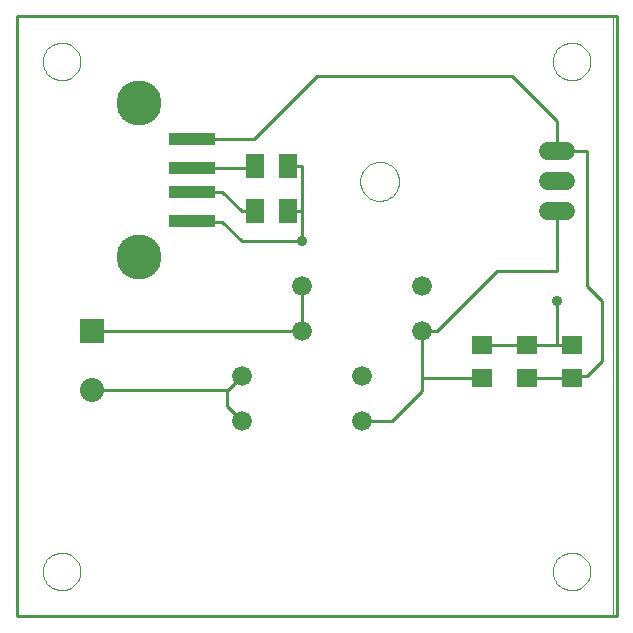
<source format=gtl>
G75*
%MOIN*%
%OFA0B0*%
%FSLAX24Y24*%
%IPPOS*%
%LPD*%
%AMOC8*
5,1,8,0,0,1.08239X$1,22.5*
%
%ADD10C,0.0000*%
%ADD11C,0.0100*%
%ADD12C,0.0600*%
%ADD13R,0.0709X0.0630*%
%ADD14C,0.0660*%
%ADD15R,0.1575X0.0394*%
%ADD16C,0.1502*%
%ADD17R,0.0800X0.0800*%
%ADD18C,0.0800*%
%ADD19R,0.0630X0.0787*%
%ADD20C,0.0360*%
D10*
X000150Y000150D02*
X000150Y020146D01*
X020020Y020146D01*
X020020Y000150D01*
X000150Y000150D01*
X001025Y001650D02*
X001027Y001700D01*
X001033Y001749D01*
X001043Y001798D01*
X001056Y001845D01*
X001074Y001892D01*
X001095Y001937D01*
X001119Y001980D01*
X001147Y002021D01*
X001178Y002060D01*
X001212Y002096D01*
X001249Y002130D01*
X001289Y002160D01*
X001330Y002187D01*
X001374Y002211D01*
X001419Y002231D01*
X001466Y002247D01*
X001514Y002260D01*
X001563Y002269D01*
X001613Y002274D01*
X001662Y002275D01*
X001712Y002272D01*
X001761Y002265D01*
X001810Y002254D01*
X001857Y002240D01*
X001903Y002221D01*
X001948Y002199D01*
X001991Y002174D01*
X002031Y002145D01*
X002069Y002113D01*
X002105Y002079D01*
X002138Y002041D01*
X002167Y002001D01*
X002193Y001959D01*
X002216Y001915D01*
X002235Y001869D01*
X002251Y001822D01*
X002263Y001773D01*
X002271Y001724D01*
X002275Y001675D01*
X002275Y001625D01*
X002271Y001576D01*
X002263Y001527D01*
X002251Y001478D01*
X002235Y001431D01*
X002216Y001385D01*
X002193Y001341D01*
X002167Y001299D01*
X002138Y001259D01*
X002105Y001221D01*
X002069Y001187D01*
X002031Y001155D01*
X001991Y001126D01*
X001948Y001101D01*
X001903Y001079D01*
X001857Y001060D01*
X001810Y001046D01*
X001761Y001035D01*
X001712Y001028D01*
X001662Y001025D01*
X001613Y001026D01*
X001563Y001031D01*
X001514Y001040D01*
X001466Y001053D01*
X001419Y001069D01*
X001374Y001089D01*
X001330Y001113D01*
X001289Y001140D01*
X001249Y001170D01*
X001212Y001204D01*
X001178Y001240D01*
X001147Y001279D01*
X001119Y001320D01*
X001095Y001363D01*
X001074Y001408D01*
X001056Y001455D01*
X001043Y001502D01*
X001033Y001551D01*
X001027Y001600D01*
X001025Y001650D01*
X003677Y012141D02*
X003679Y012188D01*
X003685Y012234D01*
X003695Y012280D01*
X003708Y012325D01*
X003726Y012368D01*
X003747Y012410D01*
X003771Y012450D01*
X003799Y012487D01*
X003830Y012522D01*
X003864Y012555D01*
X003900Y012584D01*
X003939Y012610D01*
X003980Y012633D01*
X004023Y012652D01*
X004067Y012668D01*
X004112Y012680D01*
X004158Y012688D01*
X004205Y012692D01*
X004251Y012692D01*
X004298Y012688D01*
X004344Y012680D01*
X004389Y012668D01*
X004433Y012652D01*
X004476Y012633D01*
X004517Y012610D01*
X004556Y012584D01*
X004592Y012555D01*
X004626Y012522D01*
X004657Y012487D01*
X004685Y012450D01*
X004709Y012410D01*
X004730Y012368D01*
X004748Y012325D01*
X004761Y012280D01*
X004771Y012234D01*
X004777Y012188D01*
X004779Y012141D01*
X004777Y012094D01*
X004771Y012048D01*
X004761Y012002D01*
X004748Y011957D01*
X004730Y011914D01*
X004709Y011872D01*
X004685Y011832D01*
X004657Y011795D01*
X004626Y011760D01*
X004592Y011727D01*
X004556Y011698D01*
X004517Y011672D01*
X004476Y011649D01*
X004433Y011630D01*
X004389Y011614D01*
X004344Y011602D01*
X004298Y011594D01*
X004251Y011590D01*
X004205Y011590D01*
X004158Y011594D01*
X004112Y011602D01*
X004067Y011614D01*
X004023Y011630D01*
X003980Y011649D01*
X003939Y011672D01*
X003900Y011698D01*
X003864Y011727D01*
X003830Y011760D01*
X003799Y011795D01*
X003771Y011832D01*
X003747Y011872D01*
X003726Y011914D01*
X003708Y011957D01*
X003695Y012002D01*
X003685Y012048D01*
X003679Y012094D01*
X003677Y012141D01*
X003677Y017259D02*
X003679Y017306D01*
X003685Y017352D01*
X003695Y017398D01*
X003708Y017443D01*
X003726Y017486D01*
X003747Y017528D01*
X003771Y017568D01*
X003799Y017605D01*
X003830Y017640D01*
X003864Y017673D01*
X003900Y017702D01*
X003939Y017728D01*
X003980Y017751D01*
X004023Y017770D01*
X004067Y017786D01*
X004112Y017798D01*
X004158Y017806D01*
X004205Y017810D01*
X004251Y017810D01*
X004298Y017806D01*
X004344Y017798D01*
X004389Y017786D01*
X004433Y017770D01*
X004476Y017751D01*
X004517Y017728D01*
X004556Y017702D01*
X004592Y017673D01*
X004626Y017640D01*
X004657Y017605D01*
X004685Y017568D01*
X004709Y017528D01*
X004730Y017486D01*
X004748Y017443D01*
X004761Y017398D01*
X004771Y017352D01*
X004777Y017306D01*
X004779Y017259D01*
X004777Y017212D01*
X004771Y017166D01*
X004761Y017120D01*
X004748Y017075D01*
X004730Y017032D01*
X004709Y016990D01*
X004685Y016950D01*
X004657Y016913D01*
X004626Y016878D01*
X004592Y016845D01*
X004556Y016816D01*
X004517Y016790D01*
X004476Y016767D01*
X004433Y016748D01*
X004389Y016732D01*
X004344Y016720D01*
X004298Y016712D01*
X004251Y016708D01*
X004205Y016708D01*
X004158Y016712D01*
X004112Y016720D01*
X004067Y016732D01*
X004023Y016748D01*
X003980Y016767D01*
X003939Y016790D01*
X003900Y016816D01*
X003864Y016845D01*
X003830Y016878D01*
X003799Y016913D01*
X003771Y016950D01*
X003747Y016990D01*
X003726Y017032D01*
X003708Y017075D01*
X003695Y017120D01*
X003685Y017166D01*
X003679Y017212D01*
X003677Y017259D01*
X001025Y018650D02*
X001027Y018700D01*
X001033Y018749D01*
X001043Y018798D01*
X001056Y018845D01*
X001074Y018892D01*
X001095Y018937D01*
X001119Y018980D01*
X001147Y019021D01*
X001178Y019060D01*
X001212Y019096D01*
X001249Y019130D01*
X001289Y019160D01*
X001330Y019187D01*
X001374Y019211D01*
X001419Y019231D01*
X001466Y019247D01*
X001514Y019260D01*
X001563Y019269D01*
X001613Y019274D01*
X001662Y019275D01*
X001712Y019272D01*
X001761Y019265D01*
X001810Y019254D01*
X001857Y019240D01*
X001903Y019221D01*
X001948Y019199D01*
X001991Y019174D01*
X002031Y019145D01*
X002069Y019113D01*
X002105Y019079D01*
X002138Y019041D01*
X002167Y019001D01*
X002193Y018959D01*
X002216Y018915D01*
X002235Y018869D01*
X002251Y018822D01*
X002263Y018773D01*
X002271Y018724D01*
X002275Y018675D01*
X002275Y018625D01*
X002271Y018576D01*
X002263Y018527D01*
X002251Y018478D01*
X002235Y018431D01*
X002216Y018385D01*
X002193Y018341D01*
X002167Y018299D01*
X002138Y018259D01*
X002105Y018221D01*
X002069Y018187D01*
X002031Y018155D01*
X001991Y018126D01*
X001948Y018101D01*
X001903Y018079D01*
X001857Y018060D01*
X001810Y018046D01*
X001761Y018035D01*
X001712Y018028D01*
X001662Y018025D01*
X001613Y018026D01*
X001563Y018031D01*
X001514Y018040D01*
X001466Y018053D01*
X001419Y018069D01*
X001374Y018089D01*
X001330Y018113D01*
X001289Y018140D01*
X001249Y018170D01*
X001212Y018204D01*
X001178Y018240D01*
X001147Y018279D01*
X001119Y018320D01*
X001095Y018363D01*
X001074Y018408D01*
X001056Y018455D01*
X001043Y018502D01*
X001033Y018551D01*
X001027Y018600D01*
X001025Y018650D01*
X011600Y014650D02*
X011602Y014700D01*
X011608Y014750D01*
X011618Y014800D01*
X011631Y014848D01*
X011648Y014896D01*
X011669Y014942D01*
X011693Y014986D01*
X011721Y015028D01*
X011752Y015068D01*
X011786Y015105D01*
X011823Y015140D01*
X011862Y015171D01*
X011903Y015200D01*
X011947Y015225D01*
X011993Y015247D01*
X012040Y015265D01*
X012088Y015279D01*
X012137Y015290D01*
X012187Y015297D01*
X012237Y015300D01*
X012288Y015299D01*
X012338Y015294D01*
X012388Y015285D01*
X012436Y015273D01*
X012484Y015256D01*
X012530Y015236D01*
X012575Y015213D01*
X012618Y015186D01*
X012658Y015156D01*
X012696Y015123D01*
X012731Y015087D01*
X012764Y015048D01*
X012793Y015007D01*
X012819Y014964D01*
X012842Y014919D01*
X012861Y014872D01*
X012876Y014824D01*
X012888Y014775D01*
X012896Y014725D01*
X012900Y014675D01*
X012900Y014625D01*
X012896Y014575D01*
X012888Y014525D01*
X012876Y014476D01*
X012861Y014428D01*
X012842Y014381D01*
X012819Y014336D01*
X012793Y014293D01*
X012764Y014252D01*
X012731Y014213D01*
X012696Y014177D01*
X012658Y014144D01*
X012618Y014114D01*
X012575Y014087D01*
X012530Y014064D01*
X012484Y014044D01*
X012436Y014027D01*
X012388Y014015D01*
X012338Y014006D01*
X012288Y014001D01*
X012237Y014000D01*
X012187Y014003D01*
X012137Y014010D01*
X012088Y014021D01*
X012040Y014035D01*
X011993Y014053D01*
X011947Y014075D01*
X011903Y014100D01*
X011862Y014129D01*
X011823Y014160D01*
X011786Y014195D01*
X011752Y014232D01*
X011721Y014272D01*
X011693Y014314D01*
X011669Y014358D01*
X011648Y014404D01*
X011631Y014452D01*
X011618Y014500D01*
X011608Y014550D01*
X011602Y014600D01*
X011600Y014650D01*
X018025Y018650D02*
X018027Y018700D01*
X018033Y018749D01*
X018043Y018798D01*
X018056Y018845D01*
X018074Y018892D01*
X018095Y018937D01*
X018119Y018980D01*
X018147Y019021D01*
X018178Y019060D01*
X018212Y019096D01*
X018249Y019130D01*
X018289Y019160D01*
X018330Y019187D01*
X018374Y019211D01*
X018419Y019231D01*
X018466Y019247D01*
X018514Y019260D01*
X018563Y019269D01*
X018613Y019274D01*
X018662Y019275D01*
X018712Y019272D01*
X018761Y019265D01*
X018810Y019254D01*
X018857Y019240D01*
X018903Y019221D01*
X018948Y019199D01*
X018991Y019174D01*
X019031Y019145D01*
X019069Y019113D01*
X019105Y019079D01*
X019138Y019041D01*
X019167Y019001D01*
X019193Y018959D01*
X019216Y018915D01*
X019235Y018869D01*
X019251Y018822D01*
X019263Y018773D01*
X019271Y018724D01*
X019275Y018675D01*
X019275Y018625D01*
X019271Y018576D01*
X019263Y018527D01*
X019251Y018478D01*
X019235Y018431D01*
X019216Y018385D01*
X019193Y018341D01*
X019167Y018299D01*
X019138Y018259D01*
X019105Y018221D01*
X019069Y018187D01*
X019031Y018155D01*
X018991Y018126D01*
X018948Y018101D01*
X018903Y018079D01*
X018857Y018060D01*
X018810Y018046D01*
X018761Y018035D01*
X018712Y018028D01*
X018662Y018025D01*
X018613Y018026D01*
X018563Y018031D01*
X018514Y018040D01*
X018466Y018053D01*
X018419Y018069D01*
X018374Y018089D01*
X018330Y018113D01*
X018289Y018140D01*
X018249Y018170D01*
X018212Y018204D01*
X018178Y018240D01*
X018147Y018279D01*
X018119Y018320D01*
X018095Y018363D01*
X018074Y018408D01*
X018056Y018455D01*
X018043Y018502D01*
X018033Y018551D01*
X018027Y018600D01*
X018025Y018650D01*
X018025Y001650D02*
X018027Y001700D01*
X018033Y001749D01*
X018043Y001798D01*
X018056Y001845D01*
X018074Y001892D01*
X018095Y001937D01*
X018119Y001980D01*
X018147Y002021D01*
X018178Y002060D01*
X018212Y002096D01*
X018249Y002130D01*
X018289Y002160D01*
X018330Y002187D01*
X018374Y002211D01*
X018419Y002231D01*
X018466Y002247D01*
X018514Y002260D01*
X018563Y002269D01*
X018613Y002274D01*
X018662Y002275D01*
X018712Y002272D01*
X018761Y002265D01*
X018810Y002254D01*
X018857Y002240D01*
X018903Y002221D01*
X018948Y002199D01*
X018991Y002174D01*
X019031Y002145D01*
X019069Y002113D01*
X019105Y002079D01*
X019138Y002041D01*
X019167Y002001D01*
X019193Y001959D01*
X019216Y001915D01*
X019235Y001869D01*
X019251Y001822D01*
X019263Y001773D01*
X019271Y001724D01*
X019275Y001675D01*
X019275Y001625D01*
X019271Y001576D01*
X019263Y001527D01*
X019251Y001478D01*
X019235Y001431D01*
X019216Y001385D01*
X019193Y001341D01*
X019167Y001299D01*
X019138Y001259D01*
X019105Y001221D01*
X019069Y001187D01*
X019031Y001155D01*
X018991Y001126D01*
X018948Y001101D01*
X018903Y001079D01*
X018857Y001060D01*
X018810Y001046D01*
X018761Y001035D01*
X018712Y001028D01*
X018662Y001025D01*
X018613Y001026D01*
X018563Y001031D01*
X018514Y001040D01*
X018466Y001053D01*
X018419Y001069D01*
X018374Y001089D01*
X018330Y001113D01*
X018289Y001140D01*
X018249Y001170D01*
X018212Y001204D01*
X018178Y001240D01*
X018147Y001279D01*
X018119Y001320D01*
X018095Y001363D01*
X018074Y001408D01*
X018056Y001455D01*
X018043Y001502D01*
X018033Y001551D01*
X018027Y001600D01*
X018025Y001650D01*
D11*
X020150Y000150D02*
X000150Y000150D01*
X000150Y020150D01*
X020150Y020150D01*
X020150Y000150D01*
X013650Y007650D02*
X013650Y008150D01*
X013701Y008099D01*
X015650Y008099D01*
X015650Y009201D02*
X017150Y009201D01*
X018150Y009201D01*
X018150Y010650D01*
X018150Y011650D02*
X018150Y013650D01*
X018150Y011650D02*
X016150Y011650D01*
X014150Y009650D01*
X013650Y009650D01*
X013650Y008150D01*
X013650Y007650D02*
X012650Y006650D01*
X011650Y006650D01*
X009650Y009650D02*
X009650Y011150D01*
X009650Y009650D02*
X002650Y009650D01*
X002650Y007681D02*
X007181Y007681D01*
X007650Y008150D01*
X007150Y007650D01*
X007150Y007150D01*
X007650Y006650D01*
X007650Y012650D02*
X009650Y012650D01*
X009650Y013650D01*
X009201Y013650D01*
X009650Y013650D02*
X009650Y015150D01*
X009201Y015150D01*
X008099Y015150D02*
X008043Y015094D01*
X006000Y015094D01*
X006000Y014306D02*
X006994Y014306D01*
X007650Y013650D01*
X008099Y013650D01*
X007650Y012650D02*
X007000Y013300D01*
X006000Y013300D01*
X006000Y013322D01*
X006000Y016078D02*
X008078Y016078D01*
X010150Y018150D01*
X016650Y018150D01*
X018150Y016650D01*
X018150Y015650D01*
X019150Y015650D01*
X019150Y011150D01*
X019650Y010650D01*
X019650Y008650D01*
X019150Y008150D01*
X018701Y008150D01*
X018650Y008099D01*
X018650Y008150D01*
X018650Y008099D02*
X017150Y008099D01*
X018150Y009201D02*
X018650Y009201D01*
D12*
X018450Y013650D02*
X017850Y013650D01*
X017850Y014650D02*
X018450Y014650D01*
X018450Y015650D02*
X017850Y015650D01*
D13*
X017150Y009201D03*
X017150Y008099D03*
X015650Y008099D03*
X015650Y009201D03*
X018650Y009201D03*
X018650Y008099D03*
D14*
X013650Y009650D03*
X013650Y011150D03*
X011650Y008150D03*
X011650Y006650D03*
X009650Y009650D03*
X009650Y011150D03*
X007650Y008150D03*
X007650Y006650D03*
D15*
X006000Y013322D03*
X006000Y014306D03*
X006000Y015094D03*
X006000Y016078D03*
D16*
X004228Y017259D03*
X004228Y012141D03*
D17*
X002650Y009650D03*
D18*
X002650Y007681D03*
D19*
X008099Y013650D03*
X009201Y013650D03*
X009201Y015150D03*
X008099Y015150D03*
D20*
X009650Y012650D03*
X018150Y010650D03*
M02*

</source>
